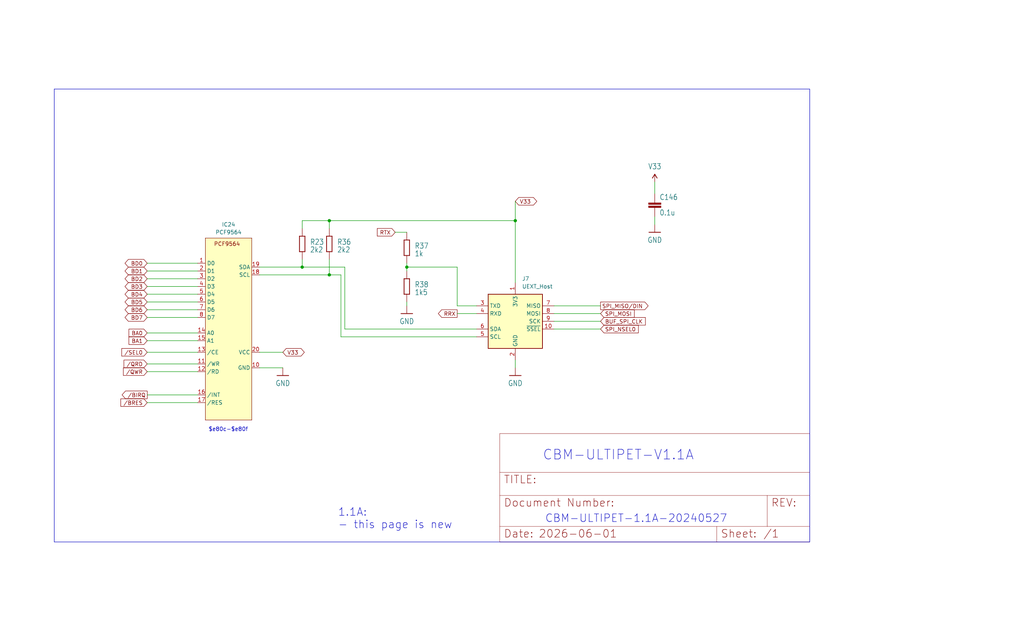
<source format=kicad_sch>
(kicad_sch (version 20231120) (generator "eeschema") (generator_version "8.0")
  (paper "User" 335.686 210.007)
  (lib_symbols
    (symbol "Connector:UEXT_Host"
      (property "Reference" "J" (at 5.08 10.16 0))
      (property "Value" "UEXT_Host" (at 6.35 -10.16 0))
      (symbol "UEXT_Host_1_1"
        (rectangle (start -8.89 8.89) (end 8.89 -8.89) (stroke (width 0.254)) (fill (type background)))
        (pin power_in line (at 0 12.7 270) (length 3.81) (name "3V3") (number "1"))
        (pin output line (at 12.7 -2.54 180) (length 3.81) (name "~{SSEL}") (number "10"))
        (pin power_in line (at 0 -12.7 90) (length 3.81) (name "GND") (number "2"))
        (pin output line (at -12.7 5.08 0) (length 3.81) (name "TXD") (number "3"))
        (pin input line (at -12.7 2.54 0) (length 3.81) (name "RXD") (number "4"))
        (pin output line (at -12.7 -5.08 0) (length 3.81) (name "SCL") (number "5"))
        (pin bidirectional line (at -12.7 -2.54 0) (length 3.81) (name "SDA") (number "6"))
        (pin output line (at 12.7 5.08 180) (length 3.81) (name "MISO") (number "7"))
        (pin input line (at 12.7 2.54 180) (length 3.81) (name "MOSI") (number "8"))
        (pin output line (at 12.7 0 180) (length 3.81) (name "SCK") (number "9"))
      )
    )
    (symbol "I2C:PCA9564PW"
      (property "Reference" "IC" (at 0 23.495 0))
      (symbol "PCA9564PW_1_1"
        (rectangle (start -7.62 22.225) (end 7.62 -37.465) (fill (type background)))
        (text "PCF9564" (at -0.508 20.32 0) (effects (font (size 1.27 1.27))))
        (pin bidirectional line (at -10.16 13.97 0) (length 2.54) (name "D0") (number "1"))
        (pin power_in line (at 10.16 -20.32 180) (length 2.54) (name "GND") (number "10"))
        (pin input line (at -10.16 -19.05 0) (length 2.54) (name "/WR") (number "11"))
        (pin input line (at -10.16 -21.59 0) (length 2.54) (name "/RD") (number "12"))
        (pin input line (at -10.16 -15.24 0) (length 2.54) (name "/CE") (number "13"))
        (pin input line (at -10.16 -8.89 0) (length 2.54) (name "A0") (number "14"))
        (pin input line (at -10.16 -11.43 0) (length 2.54) (name "A1") (number "15"))
        (pin open_collector line (at -10.16 -29.21 0) (length 2.54) (name "/INT") (number "16"))
        (pin input line (at -10.16 -31.75 0) (length 2.54) (name "/RES") (number "17"))
        (pin bidirectional line (at 10.16 10.16 180) (length 2.54) (name "SCL") (number "18"))
        (pin bidirectional line (at 10.16 12.7 180) (length 2.54) (name "SDA") (number "19"))
        (pin bidirectional line (at -10.16 11.43 0) (length 2.54) (name "D1") (number "2"))
        (pin power_in line (at 10.16 -15.24 180) (length 2.54) (name "VCC") (number "20"))
        (pin bidirectional line (at -10.16 8.89 0) (length 2.54) (name "D2") (number "3"))
        (pin bidirectional line (at -10.16 6.35 0) (length 2.54) (name "D3") (number "4"))
        (pin bidirectional line (at -10.16 3.81 0) (length 2.54) (name "D4") (number "5"))
        (pin bidirectional line (at -10.16 1.27 0) (length 2.54) (name "D5") (number "6"))
        (pin bidirectional line (at -10.16 -1.27 0) (length 2.54) (name "D6") (number "7"))
        (pin bidirectional line (at -10.16 -3.81 0) (length 2.54) (name "D7") (number "8"))
      )
    )
    (symbol "cbm_ultipet_v1-eagle-import:3.3V" (power)
      (property "Value" "3.3V" (at -1.016 3.556 0))
      (symbol "3.3V_1_0"
        (polyline (pts (xy 0 2.54) (xy -0.762 1.27)) (stroke (width 0.254)))
        (polyline (pts (xy 0.762 1.27) (xy 0 2.54)) (stroke (width 0.254)))
        (pin power_in line (at 0 0 90) (length 2.54) (name "3.3V") (number "1"))
      )
    )
    (symbol "cbm_ultipet_v1-eagle-import:C-EUC0603"
      (property "Reference" "C" (at 1.524 0.381 0))
      (symbol "C-EUC0603_1_0"
        (rectangle (start -2.032 -2.032) (end 2.032 -1.524) (fill (type outline)))
        (rectangle (start -2.032 -1.016) (end 2.032 -0.508) (fill (type outline)))
        (polyline (pts (xy 0 -2.54) (xy 0 -2.032)) (stroke (width 0.1524)))
        (polyline (pts (xy 0 0) (xy 0 -0.508)) (stroke (width 0.1524)))
        (pin passive line (at 0 2.54 270) (length 2.54) (name "1") (number "1"))
        (pin passive line (at 0 -5.08 90) (length 2.54) (name "2") (number "2"))
      )
    )
    (symbol "cbm_ultipet_v1-eagle-import:DOCFIELD"
      (symbol "DOCFIELD_1_0"
        (polyline (pts (xy 0 0) (xy 0 5.08)) (stroke (width 0.1016)))
        (polyline (pts (xy 0 0) (xy 71.12 0)) (stroke (width 0.1016)))
        (polyline (pts (xy 0 5.08) (xy 0 15.24)) (stroke (width 0.1016)))
        (polyline (pts (xy 0 5.08) (xy 71.12 5.08)) (stroke (width 0.1016)))
        (polyline (pts (xy 0 15.24) (xy 0 22.86)) (stroke (width 0.1016)))
        (polyline (pts (xy 0 22.86) (xy 0 35.56)) (stroke (width 0.1016)))
        (polyline (pts (xy 0 22.86) (xy 101.6 22.86)) (stroke (width 0.1016)))
        (polyline (pts (xy 71.12 0) (xy 101.6 0)) (stroke (width 0.1016)))
        (polyline (pts (xy 71.12 5.08) (xy 71.12 0)) (stroke (width 0.1016)))
        (polyline (pts (xy 71.12 5.08) (xy 87.63 5.08)) (stroke (width 0.1016)))
        (polyline (pts (xy 87.63 5.08) (xy 101.6 5.08)) (stroke (width 0.1016)))
        (polyline (pts (xy 87.63 15.24) (xy 0 15.24)) (stroke (width 0.1016)))
        (polyline (pts (xy 87.63 15.24) (xy 87.63 5.08)) (stroke (width 0.1016)))
        (polyline (pts (xy 101.6 5.08) (xy 101.6 0)) (stroke (width 0.1016)))
        (polyline (pts (xy 101.6 15.24) (xy 87.63 15.24)) (stroke (width 0.1016)))
        (polyline (pts (xy 101.6 15.24) (xy 101.6 5.08)) (stroke (width 0.1016)))
        (polyline (pts (xy 101.6 22.86) (xy 101.6 15.24)) (stroke (width 0.1016)))
        (polyline (pts (xy 101.6 35.56) (xy 0 35.56)) (stroke (width 0.1016)))
        (polyline (pts (xy 101.6 35.56) (xy 101.6 22.86)) (stroke (width 0.1016)))
        (text "${#}/${##}" (at 86.36 1.27 0) (effects (font (size 2.54 2.54)) (justify left bottom)))
        (text "${CURRENT_DATE}" (at 12.7 1.27 0) (effects (font (size 2.54 2.54)) (justify left bottom)))
        (text "${PROJECTNAME}" (at 17.78 19.05 0) (effects (font (size 2.54 2.54)) (justify left bottom)))
        (text "Date:" (at 1.27 1.27 0) (effects (font (size 2.54 2.54)) (justify left bottom)))
        (text "Document Number:" (at 1.27 11.43 0) (effects (font (size 2.54 2.54)) (justify left bottom)))
        (text "REV:" (at 88.9 11.43 0) (effects (font (size 2.54 2.54)) (justify left bottom)))
        (text "Sheet:" (at 72.39 1.27 0) (effects (font (size 2.54 2.54)) (justify left bottom)))
        (text "TITLE:" (at 1.27 19.05 0) (effects (font (size 2.54 2.54)) (justify left bottom)))
      )
    )
    (symbol "cbm_ultipet_v1-eagle-import:GND" (power)
      (property "Value" "GND" (at -2.54 -2.54 0))
      (symbol "GND_1_0"
        (polyline (pts (xy -1.905 0) (xy 1.905 0)) (stroke (width 0.254)))
        (pin power_in line (at 0 2.54 270) (length 2.54) (name "GND") (number "1"))
      )
    )
    (symbol "cbm_ultipet_v1-eagle-import:R-EU_0204/2V"
      (property "Reference" "R" (at -3.81 1.4986 0))
      (symbol "R-EU_0204/2V_1_0"
        (polyline (pts (xy -2.54 -0.889) (xy -2.54 0.889)) (stroke (width 0.254)))
        (polyline (pts (xy -2.54 -0.889) (xy 2.54 -0.889)) (stroke (width 0.254)))
        (polyline (pts (xy 2.54 -0.889) (xy 2.54 0.889)) (stroke (width 0.254)))
        (polyline (pts (xy 2.54 0.889) (xy -2.54 0.889)) (stroke (width 0.254)))
        (pin passive line (at -5.08 0 0) (length 2.54) (name "1") (number "1"))
        (pin passive line (at 5.08 0 180) (length 2.54) (name "2") (number "2"))
      )
    )
  )
  (junction (at 107.95 72.39))
  (junction (at 107.95 90.17))
  (junction (at 168.91 72.39))
  (junction (at 133.35 87.63))
  (junction (at 99.06 87.63))
  (wire (pts (xy 99.06 72.39) (xy 107.95 72.39)))
  (wire (pts (xy 99.06 85.09) (xy 99.06 87.63)))
  (wire (pts (xy 99.06 72.39) (xy 99.06 74.93)))
  (wire (pts (xy 107.95 72.39) (xy 168.91 72.39)))
  (wire (pts (xy 149.86 87.63) (xy 133.35 87.63)))
  (wire (pts (xy 133.35 87.63) (xy 133.35 88.9)))
  (wire (pts (xy 48.26 111.76) (xy 64.77 111.76)))
  (wire (pts (xy 181.61 105.41) (xy 196.85 105.41)))
  (wire (pts (xy 107.95 85.09) (xy 107.95 90.17)))
  (wire (pts (xy 48.26 93.98) (xy 64.77 93.98)))
  (wire (pts (xy 48.26 88.9) (xy 64.77 88.9)))
  (wire (pts (xy 133.35 86.36) (xy 133.35 87.63)))
  (wire (pts (xy 48.26 91.44) (xy 64.77 91.44)))
  (wire (pts (xy 48.26 121.92) (xy 64.77 121.92)))
  (wire (pts (xy 48.26 119.38) (xy 64.77 119.38)))
  (wire (pts (xy 48.26 109.22) (xy 64.77 109.22)))
  (wire (pts (xy 168.91 118.11) (xy 168.91 120.65)))
  (wire (pts (xy 85.09 115.57) (xy 92.71 115.57)))
  (wire (pts (xy 133.35 99.06) (xy 133.35 100.33)))
  (wire (pts (xy 85.09 120.65) (xy 92.71 120.65)))
  (wire (pts (xy 48.26 99.06) (xy 64.77 99.06)))
  (wire (pts (xy 149.86 102.87) (xy 156.21 102.87)))
  (wire (pts (xy 214.63 71.12) (xy 214.63 73.66)))
  (wire (pts (xy 129.54 76.2) (xy 133.35 76.2)))
  (wire (pts (xy 85.09 90.17) (xy 107.95 90.17)))
  (wire (pts (xy 48.26 101.6) (xy 64.77 101.6)))
  (wire (pts (xy 168.91 72.39) (xy 168.91 92.71)))
  (wire (pts (xy 111.76 110.49) (xy 156.21 110.49)))
  (wire (pts (xy 113.03 87.63) (xy 113.03 107.95)))
  (wire (pts (xy 99.06 87.63) (xy 113.03 87.63)))
  (wire (pts (xy 149.86 100.33) (xy 149.86 87.63)))
  (wire (pts (xy 48.26 96.52) (xy 64.77 96.52)))
  (wire (pts (xy 48.26 132.08) (xy 64.77 132.08)))
  (wire (pts (xy 113.03 107.95) (xy 156.21 107.95)))
  (wire (pts (xy 111.76 90.17) (xy 111.76 110.49)))
  (wire (pts (xy 107.95 74.93) (xy 107.95 72.39)))
  (wire (pts (xy 181.61 102.87) (xy 196.85 102.87)))
  (wire (pts (xy 85.09 87.63) (xy 99.06 87.63)))
  (wire (pts (xy 181.61 100.33) (xy 196.85 100.33)))
  (wire (pts (xy 214.63 59.69) (xy 214.63 63.5)))
  (wire (pts (xy 48.26 104.14) (xy 64.77 104.14)))
  (wire (pts (xy 168.91 66.04) (xy 168.91 72.39)))
  (wire (pts (xy 48.26 86.36) (xy 64.77 86.36)))
  (wire (pts (xy 48.26 115.57) (xy 64.77 115.57)))
  (wire (pts (xy 107.95 90.17) (xy 111.76 90.17)))
  (wire (pts (xy 48.26 129.54) (xy 64.77 129.54)))
  (wire (pts (xy 156.21 100.33) (xy 149.86 100.33)))
  (wire (pts (xy 181.61 107.95) (xy 196.85 107.95)))
  (rectangle (start 17.78 29.21) (end 265.43 177.8))
  (text "$e80c-$e80f" (at 68.326 140.97 0) (effects (font (size 1.27 1.27)) (justify left)))
  (text "CBM-ULTIPET-V1.1A" (at 202.692 149.352 0) (effects (font (size 3.2 3.2))))
  (text "CBM-ULTIPET-1.1A-20240527" (at 208.534 170.18 0) (effects (font (size 2.54 2.54))))
  (text "1.1A:\n- this page is new" (at 110.744 170.18 0) (effects (font (size 2.54 2.54)) (justify left)))
  (global_label "{slash}QWR" (shape input) (at 48.26 121.92 180) (property "Intersheetrefs" "${INTERSHEET_REFS}" (effects (hide yes))))
  (global_label "V33" (shape bidirectional) (at 92.71 115.57 0) (property "Intersheetrefs" "${INTERSHEET_REFS}" (effects (hide yes))))
  (global_label "V33" (shape bidirectional) (at 168.91 66.04 0) (property "Intersheetrefs" "${INTERSHEET_REFS}" (effects (hide yes))))
  (global_label "{slash}QRD" (shape input) (at 48.26 119.38 180) (property "Intersheetrefs" "${INTERSHEET_REFS}" (effects (hide yes))))
  (global_label "{slash}SEL0" (shape input) (at 48.26 115.57 180) (property "Intersheetrefs" "${INTERSHEET_REFS}" (effects (hide yes))))
  (global_label "RTX" (shape input) (at 129.54 76.2 180) (property "Intersheetrefs" "${INTERSHEET_REFS}" (effects (hide yes))))
  (global_label "BD2" (shape bidirectional) (at 48.26 91.44 180) (property "Intersheetrefs" "${INTERSHEET_REFS}" (effects (hide yes))))
  (global_label "BD1" (shape bidirectional) (at 48.26 88.9 180) (property "Intersheetrefs" "${INTERSHEET_REFS}" (effects (hide yes))))
  (global_label "BUF_SPI_CLK" (shape input) (at 196.85 105.41 0) (property "Intersheetrefs" "${INTERSHEET_REFS}" (effects (hide yes))))
  (global_label "SPI_NSEL0" (shape input) (at 196.85 107.95 0) (property "Intersheetrefs" "${INTERSHEET_REFS}" (effects (hide yes))))
  (global_label "BD0" (shape bidirectional) (at 48.26 86.36 180) (property "Intersheetrefs" "${INTERSHEET_REFS}" (effects (hide yes))))
  (global_label "BD5" (shape bidirectional) (at 48.26 99.06 180) (property "Intersheetrefs" "${INTERSHEET_REFS}" (effects (hide yes))))
  (global_label "BD7" (shape bidirectional) (at 48.26 104.14 180) (property "Intersheetrefs" "${INTERSHEET_REFS}" (effects (hide yes))))
  (global_label "{slash}BIRQ" (shape output) (at 48.26 129.54 180) (property "Intersheetrefs" "${INTERSHEET_REFS}" (effects (hide yes))))
  (global_label "BA1" (shape input) (at 48.26 111.76 180) (property "Intersheetrefs" "${INTERSHEET_REFS}" (effects (hide yes))))
  (global_label "SPI_MISO{slash}DIN" (shape output) (at 196.85 100.33 0) (property "Intersheetrefs" "${INTERSHEET_REFS}" (effects (hide yes))))
  (global_label "BD6" (shape bidirectional) (at 48.26 101.6 180) (property "Intersheetrefs" "${INTERSHEET_REFS}" (effects (hide yes))))
  (global_label "BA0" (shape input) (at 48.26 109.22 180) (property "Intersheetrefs" "${INTERSHEET_REFS}" (effects (hide yes))))
  (global_label "SPI_MOSI" (shape input) (at 196.85 102.87 0) (property "Intersheetrefs" "${INTERSHEET_REFS}" (effects (hide yes))))
  (global_label "{slash}BRES" (shape input) (at 48.26 132.08 180) (property "Intersheetrefs" "${INTERSHEET_REFS}" (effects (hide yes))))
  (global_label "BD4" (shape bidirectional) (at 48.26 96.52 180) (property "Intersheetrefs" "${INTERSHEET_REFS}" (effects (hide yes))))
  (global_label "BD3" (shape bidirectional) (at 48.26 93.98 180) (property "Intersheetrefs" "${INTERSHEET_REFS}" (effects (hide yes))))
  (global_label "RRX" (shape output) (at 149.86 102.87 180) (property "Intersheetrefs" "${INTERSHEET_REFS}" (effects (hide yes))))
  (symbol (lib_id "cbm_ultipet_v1-eagle-import:DOCFIELD") (at 163.83 177.8 0) (unit 1)
    (property "Reference" "#FRAME16" (effects (hide yes)))
  )
  (symbol (lib_id "cbm_ultipet_v1-eagle-import:R-EU_0204/2V") (at 133.35 93.98 270) (unit 1)
    (property "Reference" "R38" (at 135.89 93.345 90) (effects (font (size 1.778 1.5113)) (justify left)))
    (property "Value" "1k5" (at 135.89 95.885 90) (effects (font (size 1.778 1.5113)) (justify left)))
    (property "Footprint" "cbm_ultipet_v1:0204V" (effects (hide yes)))
  )
  (symbol (lib_id "cbm_ultipet_v1-eagle-import:GND") (at 168.91 123.19 0) (unit 1)
    (property "Reference" "#GND069" (effects (hide yes)))
    (property "Value" "GND" (at 168.91 125.73 0) (effects (font (size 1.778 1.5113))))
  )
  (symbol (lib_id "I2C:PCA9564PW") (at 74.93 100.33 0) (unit 1)
    (property "Reference" "IC24" (at 74.93 73.66 0))
    (property "Value" "PCF9564" (at 74.93 76.2 0))
    (property "Footprint" "Package_SO:TSSOP-20_4.4x6.5mm_P0.65mm" (effects (hide yes)))
  )
  (symbol (lib_id "cbm_ultipet_v1-eagle-import:R-EU_0204/2V") (at 99.06 80.01 270) (unit 1)
    (property "Reference" "R23" (at 101.6 79.375 90) (effects (font (size 1.778 1.5113)) (justify left)))
    (property "Value" "2k2" (at 101.6 81.915 90) (effects (font (size 1.778 1.5113)) (justify left)))
    (property "Footprint" "cbm_ultipet_v1:0204V" (effects (hide yes)))
  )
  (symbol (lib_id "cbm_ultipet_v1-eagle-import:R-EU_0204/2V") (at 133.35 81.28 270) (unit 1)
    (property "Reference" "R37" (at 135.89 80.645 90) (effects (font (size 1.778 1.5113)) (justify left)))
    (property "Value" "1k" (at 135.89 83.185 90) (effects (font (size 1.778 1.5113)) (justify left)))
    (property "Footprint" "cbm_ultipet_v1:0204V" (effects (hide yes)))
  )
  (symbol (lib_id "cbm_ultipet_v1-eagle-import:GND") (at 214.63 76.2 0) (unit 1)
    (property "Reference" "#GND0138" (effects (hide yes)))
    (property "Value" "GND" (at 214.63 78.74 0) (effects (font (size 1.778 1.5113))))
  )
  (symbol (lib_id "cbm_ultipet_v1-eagle-import:R-EU_0204/2V") (at 107.95 80.01 270) (unit 1)
    (property "Reference" "R36" (at 110.49 79.375 90) (effects (font (size 1.778 1.5113)) (justify left)))
    (property "Value" "2k2" (at 110.49 81.915 90) (effects (font (size 1.778 1.5113)) (justify left)))
    (property "Footprint" "cbm_ultipet_v1:0204V" (effects (hide yes)))
  )
  (symbol (lib_id "Connector:UEXT_Host") (at 168.91 105.41 0) (unit 1)
    (property "Reference" "J7" (at 171.1041 91.44 0) (effects (justify left)))
    (property "Value" "UEXT_Host" (at 171.1041 93.98 0) (effects (justify left)))
    (property "Footprint" "Connector_IDC:IDC-Header_2x05_P2.54mm_Vertical" (effects (hide yes)))
    (property "Datasheet" "https://www.olimex.com/Products/Modules/UEXT/resources/UEXT_rev_B.pdf" (effects (hide yes)))
    (property "Description" "Universal EXTension (UEXT) is a connector layout which includes power and three serial buses: Asynchronous, I2C, and SPI" (effects (hide yes)))
  )
  (symbol (lib_id "cbm_ultipet_v1-eagle-import:GND") (at 133.35 102.87 0) (unit 1)
    (property "Reference" "#GND085" (effects (hide yes)))
    (property "Value" "GND" (at 133.35 105.41 0) (effects (font (size 1.778 1.5113))))
  )
  (symbol (lib_id "cbm_ultipet_v1-eagle-import:GND") (at 92.71 123.19 0) (unit 1)
    (property "Reference" "#GND079" (effects (hide yes)))
    (property "Value" "GND" (at 92.71 125.73 0) (effects (font (size 1.778 1.5113))))
  )
  (symbol (lib_id "cbm_ultipet_v1-eagle-import:3.3V") (at 214.63 59.69 0) (unit 1)
    (property "Reference" "#P+06" (effects (hide yes)))
    (property "Value" "V33" (at 214.63 54.61 0) (effects (font (size 1.778 1.5113))))
  )
  (symbol (lib_id "cbm_ultipet_v1-eagle-import:C-EUC0603") (at 214.63 66.04 0) (unit 1)
    (property "Reference" "C146" (at 216.154 65.659 0) (effects (font (size 1.778 1.5113)) (justify left bottom)))
    (property "Value" "0.1u" (at 216.154 70.739 0) (effects (font (size 1.778 1.5113)) (justify left bottom)))
    (property "Footprint" "cbm_ultipet_v1:C0603" (effects (hide yes)))
  )
)
</source>
